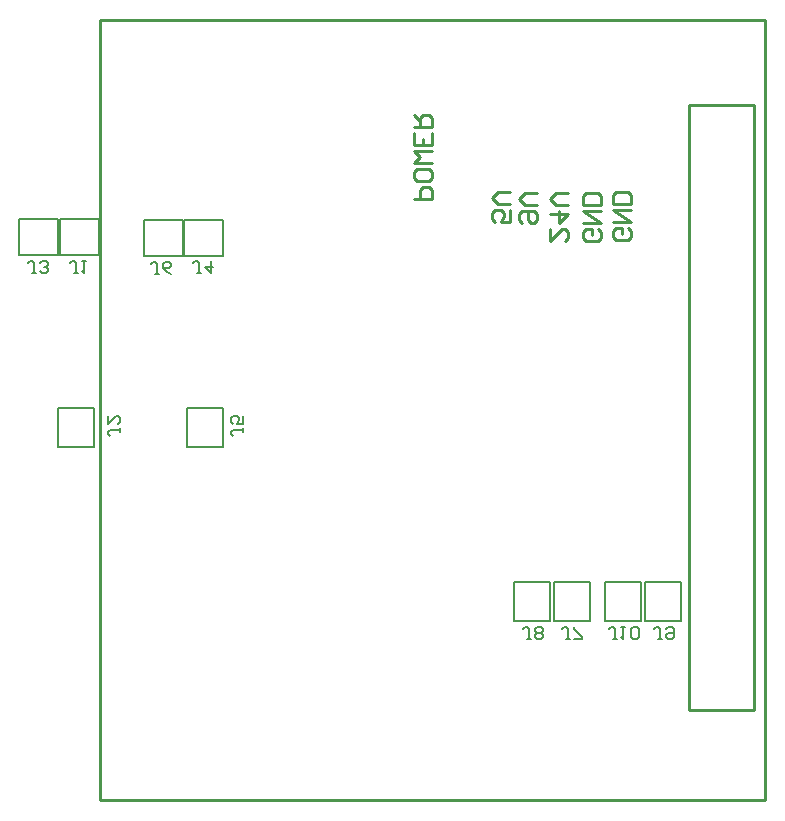
<source format=gbo>
%FSAX25Y25*%
%MOIN*%
G70*
G01*
G75*
G04 Layer_Color=32896*
%ADD10R,0.02756X0.03543*%
%ADD11R,0.08661X0.07874*%
%ADD12R,0.03543X0.02756*%
%ADD13R,0.08071X0.07480*%
%ADD14R,0.07284X0.04921*%
%ADD15R,0.11417X0.06102*%
G04:AMPARAMS|DCode=16|XSize=50mil|YSize=100mil|CornerRadius=6.25mil|HoleSize=0mil|Usage=FLASHONLY|Rotation=0.000|XOffset=0mil|YOffset=0mil|HoleType=Round|Shape=RoundedRectangle|*
%AMROUNDEDRECTD16*
21,1,0.05000,0.08750,0,0,0.0*
21,1,0.03750,0.10000,0,0,0.0*
1,1,0.01250,0.01875,-0.04375*
1,1,0.01250,-0.01875,-0.04375*
1,1,0.01250,-0.01875,0.04375*
1,1,0.01250,0.01875,0.04375*
%
%ADD16ROUNDEDRECTD16*%
%ADD17R,0.05118X0.04331*%
%ADD18R,0.04331X0.05118*%
%ADD19R,0.03937X0.09449*%
%ADD20R,0.12992X0.09449*%
%ADD21R,0.08268X0.12598*%
%ADD22R,0.08268X0.03543*%
%ADD23O,0.02756X0.10827*%
%ADD24R,0.05906X0.11811*%
%ADD25C,0.04000*%
%ADD26C,0.02000*%
%ADD27C,0.10000*%
%ADD28C,0.01500*%
%ADD29C,0.03500*%
%ADD30C,0.07087*%
%ADD31R,0.06394X0.06394*%
%ADD32C,0.05906*%
%ADD33R,0.05906X0.05906*%
%ADD34R,0.06394X0.06394*%
%ADD35O,0.07874X0.25590*%
G04:AMPARAMS|DCode=36|XSize=157.48mil|YSize=118.11mil|CornerRadius=29.53mil|HoleSize=0mil|Usage=FLASHONLY|Rotation=180.000|XOffset=0mil|YOffset=0mil|HoleType=Round|Shape=RoundedRectangle|*
%AMROUNDEDRECTD36*
21,1,0.15748,0.05906,0,0,180.0*
21,1,0.09843,0.11811,0,0,180.0*
1,1,0.05906,-0.04921,0.02953*
1,1,0.05906,0.04921,0.02953*
1,1,0.05906,0.04921,-0.02953*
1,1,0.05906,-0.04921,-0.02953*
%
%ADD36ROUNDEDRECTD36*%
%ADD37O,0.07874X0.19685*%
%ADD38O,0.21260X0.09843*%
G04:AMPARAMS|DCode=39|XSize=236.22mil|YSize=98.43mil|CornerRadius=24.61mil|HoleSize=0mil|Usage=FLASHONLY|Rotation=180.000|XOffset=0mil|YOffset=0mil|HoleType=Round|Shape=RoundedRectangle|*
%AMROUNDEDRECTD39*
21,1,0.23622,0.04921,0,0,180.0*
21,1,0.18701,0.09843,0,0,180.0*
1,1,0.04921,-0.09350,0.02461*
1,1,0.04921,0.09350,0.02461*
1,1,0.04921,0.09350,-0.02461*
1,1,0.04921,-0.09350,-0.02461*
%
%ADD39ROUNDEDRECTD39*%
%ADD40C,0.16000*%
%ADD41C,0.24410*%
%ADD42C,0.04000*%
%ADD43C,0.05000*%
%ADD44C,0.03200*%
G04:AMPARAMS|DCode=45|XSize=50mil|YSize=100mil|CornerRadius=6.25mil|HoleSize=0mil|Usage=FLASHONLY|Rotation=90.000|XOffset=0mil|YOffset=0mil|HoleType=Round|Shape=RoundedRectangle|*
%AMROUNDEDRECTD45*
21,1,0.05000,0.08750,0,0,90.0*
21,1,0.03750,0.10000,0,0,90.0*
1,1,0.01250,0.04375,0.01875*
1,1,0.01250,0.04375,-0.01875*
1,1,0.01250,-0.04375,-0.01875*
1,1,0.01250,-0.04375,0.01875*
%
%ADD45ROUNDEDRECTD45*%
%ADD46C,0.00787*%
%ADD47C,0.00984*%
%ADD48C,0.01000*%
%ADD49C,0.00500*%
%ADD50C,0.01200*%
%ADD51C,0.00800*%
%ADD52R,0.07284X0.02165*%
G04:AMPARAMS|DCode=53|XSize=118mil|YSize=108mil|CornerRadius=13.5mil|HoleSize=0mil|Usage=FLASHONLY|Rotation=0.000|XOffset=0mil|YOffset=0mil|HoleType=Round|Shape=RoundedRectangle|*
%AMROUNDEDRECTD53*
21,1,0.11800,0.08100,0,0,0.0*
21,1,0.09100,0.10800,0,0,0.0*
1,1,0.02700,0.04550,-0.04050*
1,1,0.02700,-0.04550,-0.04050*
1,1,0.02700,-0.04550,0.04050*
1,1,0.02700,0.04550,0.04050*
%
%ADD53ROUNDEDRECTD53*%
%ADD54R,0.03556X0.04343*%
%ADD55R,0.09461X0.08674*%
%ADD56R,0.04343X0.03556*%
%ADD57R,0.08871X0.08280*%
%ADD58R,0.08083X0.05721*%
%ADD59R,0.12217X0.06902*%
G04:AMPARAMS|DCode=60|XSize=58mil|YSize=108mil|CornerRadius=10.25mil|HoleSize=0mil|Usage=FLASHONLY|Rotation=0.000|XOffset=0mil|YOffset=0mil|HoleType=Round|Shape=RoundedRectangle|*
%AMROUNDEDRECTD60*
21,1,0.05800,0.08750,0,0,0.0*
21,1,0.03750,0.10800,0,0,0.0*
1,1,0.02050,0.01875,-0.04375*
1,1,0.02050,-0.01875,-0.04375*
1,1,0.02050,-0.01875,0.04375*
1,1,0.02050,0.01875,0.04375*
%
%ADD60ROUNDEDRECTD60*%
%ADD61R,0.05918X0.05131*%
%ADD62R,0.05131X0.05918*%
%ADD63R,0.04737X0.10249*%
%ADD64R,0.13792X0.10249*%
%ADD65R,0.09068X0.13398*%
%ADD66R,0.09068X0.04343*%
%ADD67O,0.03556X0.11627*%
%ADD68R,0.06706X0.12611*%
%ADD69C,0.07887*%
%ADD70R,0.07194X0.07194*%
%ADD71C,0.06706*%
%ADD72R,0.06706X0.06706*%
%ADD73R,0.07194X0.07194*%
%ADD74O,0.08674X0.26391*%
G04:AMPARAMS|DCode=75|XSize=165.48mil|YSize=126.11mil|CornerRadius=33.53mil|HoleSize=0mil|Usage=FLASHONLY|Rotation=180.000|XOffset=0mil|YOffset=0mil|HoleType=Round|Shape=RoundedRectangle|*
%AMROUNDEDRECTD75*
21,1,0.16548,0.05906,0,0,180.0*
21,1,0.09843,0.12611,0,0,180.0*
1,1,0.06706,-0.04921,0.02953*
1,1,0.06706,0.04921,0.02953*
1,1,0.06706,0.04921,-0.02953*
1,1,0.06706,-0.04921,-0.02953*
%
%ADD75ROUNDEDRECTD75*%
%ADD76O,0.08674X0.20485*%
%ADD77O,0.22060X0.10642*%
G04:AMPARAMS|DCode=78|XSize=244.22mil|YSize=106.42mil|CornerRadius=28.61mil|HoleSize=0mil|Usage=FLASHONLY|Rotation=180.000|XOffset=0mil|YOffset=0mil|HoleType=Round|Shape=RoundedRectangle|*
%AMROUNDEDRECTD78*
21,1,0.24422,0.04921,0,0,180.0*
21,1,0.18701,0.10642,0,0,180.0*
1,1,0.05721,-0.09350,0.02461*
1,1,0.05721,0.09350,0.02461*
1,1,0.05721,0.09350,-0.02461*
1,1,0.05721,-0.09350,-0.02461*
%
%ADD78ROUNDEDRECTD78*%
G04:AMPARAMS|DCode=79|XSize=118mil|YSize=108mil|CornerRadius=13.5mil|HoleSize=0mil|Usage=FLASHONLY|Rotation=90.000|XOffset=0mil|YOffset=0mil|HoleType=Round|Shape=RoundedRectangle|*
%AMROUNDEDRECTD79*
21,1,0.11800,0.08100,0,0,90.0*
21,1,0.09100,0.10800,0,0,90.0*
1,1,0.02700,0.04050,0.04550*
1,1,0.02700,0.04050,-0.04550*
1,1,0.02700,-0.04050,-0.04550*
1,1,0.02700,-0.04050,0.04550*
%
%ADD79ROUNDEDRECTD79*%
G04:AMPARAMS|DCode=80|XSize=58mil|YSize=108mil|CornerRadius=10.25mil|HoleSize=0mil|Usage=FLASHONLY|Rotation=90.000|XOffset=0mil|YOffset=0mil|HoleType=Round|Shape=RoundedRectangle|*
%AMROUNDEDRECTD80*
21,1,0.05800,0.08750,0,0,90.0*
21,1,0.03750,0.10800,0,0,90.0*
1,1,0.02050,0.04375,0.01875*
1,1,0.02050,0.04375,-0.01875*
1,1,0.02050,-0.04375,-0.01875*
1,1,0.02050,-0.04375,0.01875*
%
%ADD80ROUNDEDRECTD80*%
D48*
X0317036Y0258114D02*
Y0459689D01*
X0338591Y0258114D02*
Y0459689D01*
X0317036Y0258114D02*
X0338591D01*
X0317036Y0459689D02*
X0338591D01*
X0120579Y0487839D02*
X0342331D01*
Y0227996D02*
Y0487839D01*
X0120579Y0227996D02*
X0342331D01*
X0120579D02*
Y0487839D01*
X0225362Y0428173D02*
X0231360D01*
Y0431172D01*
X0230361Y0432172D01*
X0228361D01*
X0227362Y0431172D01*
Y0428173D01*
X0231360Y0437170D02*
Y0435171D01*
X0230361Y0434171D01*
X0226362D01*
X0225362Y0435171D01*
Y0437170D01*
X0226362Y0438170D01*
X0230361D01*
X0231360Y0437170D01*
Y0440169D02*
X0225362D01*
X0227362Y0442169D01*
X0225362Y0444168D01*
X0231360D01*
Y0450166D02*
Y0446167D01*
X0225362D01*
Y0450166D01*
X0228361Y0446167D02*
Y0448167D01*
X0225362Y0452166D02*
X0231360D01*
Y0455164D01*
X0230361Y0456164D01*
X0228361D01*
X0227362Y0455164D01*
Y0452166D01*
Y0454165D02*
X0225362Y0456164D01*
X0270862Y0418172D02*
Y0414173D01*
X0274861Y0418172D01*
X0275861D01*
X0276860Y0417172D01*
Y0415173D01*
X0275861Y0414173D01*
X0270862Y0423170D02*
X0276860D01*
X0273861Y0420171D01*
Y0424170D01*
X0276860Y0426169D02*
X0272862D01*
X0270862Y0428169D01*
X0272862Y0430168D01*
X0276860D01*
X0257360Y0424672D02*
Y0420673D01*
X0254361D01*
X0255361Y0422673D01*
Y0423672D01*
X0254361Y0424672D01*
X0252362D01*
X0251362Y0423672D01*
Y0421673D01*
X0252362Y0420673D01*
X0257360Y0426671D02*
X0253362D01*
X0251362Y0428671D01*
X0253362Y0430670D01*
X0257360D01*
X0261362Y0420173D02*
X0260362Y0421173D01*
Y0423172D01*
X0261362Y0424172D01*
X0265361D01*
X0266360Y0423172D01*
Y0421173D01*
X0265361Y0420173D01*
X0264361D01*
X0263361Y0421173D01*
Y0424172D01*
X0266360Y0426171D02*
X0262362D01*
X0260362Y0428171D01*
X0262362Y0430170D01*
X0266360D01*
X0286861Y0418172D02*
X0287860Y0417172D01*
Y0415173D01*
X0286861Y0414173D01*
X0282862D01*
X0281862Y0415173D01*
Y0417172D01*
X0282862Y0418172D01*
X0284861D01*
Y0416173D01*
X0281862Y0420171D02*
X0287860D01*
X0281862Y0424170D01*
X0287860D01*
Y0426169D02*
X0281862D01*
Y0429168D01*
X0282862Y0430168D01*
X0286861D01*
X0287860Y0429168D01*
Y0426169D01*
X0296861Y0418672D02*
X0297860Y0417672D01*
Y0415673D01*
X0296861Y0414673D01*
X0292862D01*
X0291862Y0415673D01*
Y0417672D01*
X0292862Y0418672D01*
X0294861D01*
Y0416673D01*
X0291862Y0420671D02*
X0297860D01*
X0291862Y0424670D01*
X0297860D01*
Y0426669D02*
X0291862D01*
Y0429668D01*
X0292862Y0430668D01*
X0296861D01*
X0297860Y0429668D01*
Y0426669D01*
D49*
X0120362Y0409673D02*
Y0421673D01*
X0107362D02*
X0120362D01*
X0107362Y0409673D02*
Y0421673D01*
Y0409673D02*
X0120362D01*
X0106862Y0358673D02*
X0118862D01*
X0106862Y0345673D02*
Y0358673D01*
Y0345673D02*
X0118862D01*
Y0358673D01*
X0106862Y0409673D02*
Y0421673D01*
X0093862D02*
X0106862D01*
X0093862Y0409673D02*
Y0421673D01*
Y0409673D02*
X0106862D01*
X0161862Y0409173D02*
Y0421173D01*
X0148862D02*
X0161862D01*
X0148862Y0409173D02*
Y0421173D01*
Y0409173D02*
X0161862D01*
X0149862Y0358673D02*
X0161862D01*
X0149862Y0345673D02*
Y0358673D01*
Y0345673D02*
X0161862D01*
Y0358673D01*
X0148362Y0409173D02*
Y0421173D01*
X0135362D02*
X0148362D01*
X0135362Y0409173D02*
Y0421173D01*
Y0409173D02*
X0148362D01*
X0272196Y0287673D02*
X0284196D01*
Y0300673D01*
X0272196D02*
X0284196D01*
X0272196Y0287673D02*
Y0300673D01*
X0258862D02*
X0270862D01*
X0258862Y0287673D02*
Y0300673D01*
Y0287673D02*
X0270862D01*
Y0300673D01*
X0302362Y0287673D02*
X0314362D01*
Y0300673D01*
X0302362D02*
X0314362D01*
X0302362Y0287673D02*
Y0300673D01*
X0289029D02*
X0301029D01*
X0289029Y0287673D02*
Y0300673D01*
Y0287673D02*
X0301029D01*
Y0300673D01*
D51*
X0113528Y0403675D02*
X0112195D01*
X0112862D01*
Y0407007D01*
X0112195Y0407673D01*
X0111529D01*
X0110862Y0407007D01*
X0114861Y0407673D02*
X0116194D01*
X0115527D01*
Y0403675D01*
X0114861Y0404341D01*
X0127361Y0351839D02*
Y0350506D01*
Y0351173D01*
X0124029D01*
X0123362Y0350506D01*
Y0349840D01*
X0124029Y0349173D01*
X0123362Y0355838D02*
Y0353172D01*
X0126028Y0355838D01*
X0126695D01*
X0127361Y0355171D01*
Y0353838D01*
X0126695Y0353172D01*
X0099528Y0403675D02*
X0098195D01*
X0098862D01*
Y0407007D01*
X0098195Y0407673D01*
X0097529D01*
X0096862Y0407007D01*
X0100861Y0404341D02*
X0101527Y0403675D01*
X0102860D01*
X0103527Y0404341D01*
Y0405007D01*
X0102860Y0405674D01*
X0102194D01*
X0102860D01*
X0103527Y0406340D01*
Y0407007D01*
X0102860Y0407673D01*
X0101527D01*
X0100861Y0407007D01*
X0154528Y0403675D02*
X0153195D01*
X0153862D01*
Y0407007D01*
X0153195Y0407673D01*
X0152529D01*
X0151862Y0407007D01*
X0157860Y0407673D02*
Y0403675D01*
X0155861Y0405674D01*
X0158527D01*
X0168361Y0351839D02*
Y0350506D01*
Y0351173D01*
X0165029D01*
X0164362Y0350506D01*
Y0349840D01*
X0165029Y0349173D01*
X0168361Y0355838D02*
Y0353172D01*
X0166362D01*
X0167028Y0354505D01*
Y0355171D01*
X0166362Y0355838D01*
X0165029D01*
X0164362Y0355171D01*
Y0353838D01*
X0165029Y0353172D01*
X0140528Y0403174D02*
X0139195D01*
X0139862D01*
Y0406507D01*
X0139195Y0407173D01*
X0138529D01*
X0137862Y0406507D01*
X0144527Y0403174D02*
X0143194Y0403841D01*
X0141861Y0405174D01*
Y0406507D01*
X0142527Y0407173D01*
X0143860D01*
X0144527Y0406507D01*
Y0405840D01*
X0143860Y0405174D01*
X0141861D01*
X0277528Y0281675D02*
X0276195D01*
X0276862D01*
Y0285007D01*
X0276195Y0285673D01*
X0275529D01*
X0274862Y0285007D01*
X0278861Y0281675D02*
X0281527D01*
Y0282341D01*
X0278861Y0285007D01*
Y0285673D01*
X0264528Y0281675D02*
X0263195D01*
X0263862D01*
Y0285007D01*
X0263195Y0285673D01*
X0262529D01*
X0261862Y0285007D01*
X0265861Y0282341D02*
X0266527Y0281675D01*
X0267860D01*
X0268527Y0282341D01*
Y0283007D01*
X0267860Y0283674D01*
X0268527Y0284340D01*
Y0285007D01*
X0267860Y0285673D01*
X0266527D01*
X0265861Y0285007D01*
Y0284340D01*
X0266527Y0283674D01*
X0265861Y0283007D01*
Y0282341D01*
X0266527Y0283674D02*
X0267860D01*
X0308028Y0281675D02*
X0306695D01*
X0307362D01*
Y0285007D01*
X0306695Y0285673D01*
X0306029D01*
X0305362Y0285007D01*
X0309361D02*
X0310027Y0285673D01*
X0311360D01*
X0312027Y0285007D01*
Y0282341D01*
X0311360Y0281675D01*
X0310027D01*
X0309361Y0282341D01*
Y0283007D01*
X0310027Y0283674D01*
X0312027D01*
X0293028Y0281675D02*
X0291695D01*
X0292362D01*
Y0285007D01*
X0291695Y0285673D01*
X0291029D01*
X0290362Y0285007D01*
X0294361Y0285673D02*
X0295694D01*
X0295027D01*
Y0281675D01*
X0294361Y0282341D01*
X0297693D02*
X0298360Y0281675D01*
X0299693D01*
X0300359Y0282341D01*
Y0285007D01*
X0299693Y0285673D01*
X0298360D01*
X0297693Y0285007D01*
Y0282341D01*
M02*

</source>
